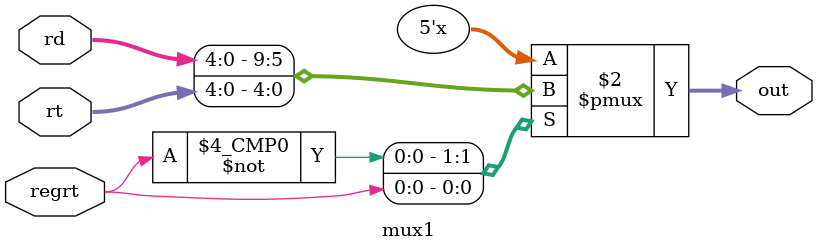
<source format=v>
module mux1(regrt, rd, rt, out);
    input regrt;
    input [04:00] rd;
    input [04:00] rt;
    output reg [04:00] out;
    
    always @(*) begin
        case(regrt)
            0: out <= rd;
            1: out <= rt;
        endcase
    end
endmodule

</source>
